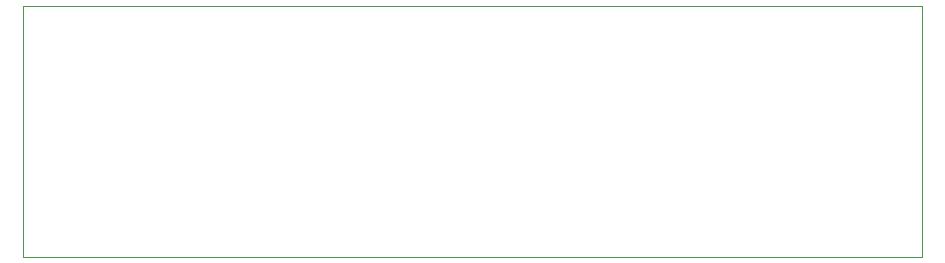
<source format=gbr>
G04 EAGLE Gerber X2 export*
G04 #@! %TF.Part,Single*
G04 #@! %TF.FileFunction,Profile,NP*
G04 #@! %TF.FilePolarity,Positive*
G04 #@! %TF.GenerationSoftware,Autodesk,EAGLE,9.0.0*
G04 #@! %TF.CreationDate,2019-08-08T19:16:13Z*
G75*
%MOMM*%
%FSLAX34Y34*%
%LPD*%
%AMOC8*
5,1,8,0,0,1.08239X$1,22.5*%
G01*
%ADD10C,0.000000*%


D10*
X0Y0D02*
X761800Y0D01*
X761800Y212600D01*
X0Y212600D01*
X0Y0D01*
M02*

</source>
